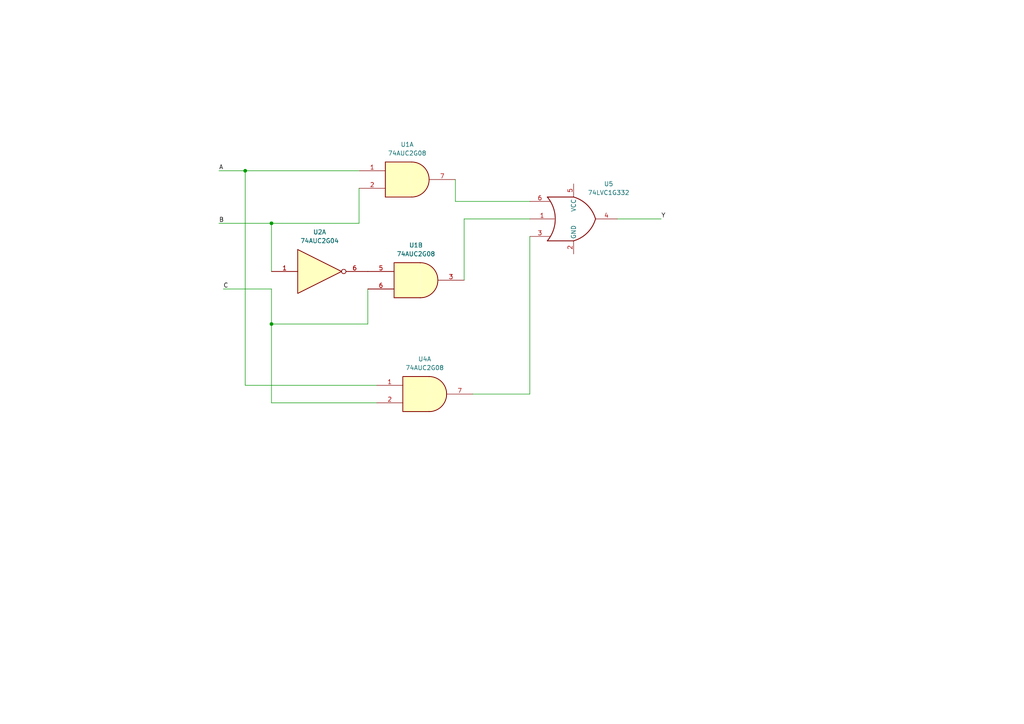
<source format=kicad_sch>
(kicad_sch (version 20230121) (generator eeschema)
  (paper "A4")
  (lib_symbols
    (symbol "74xGxx:74AUC2G04"
      (property "Reference" "U" (at -2.54 3.81 0))
      (property "Value" "74AUC2G04" (at 0 -3.81 0))
      (symbol "74AUC2G04_1_1"
        (polyline (pts (xy -7.62 6.35) (xy -7.62 -6.35) (xy 5.08 0) (xy -7.62 6.35)) (stroke (width 0.254)) (fill (type background)))
        (pin input line (at -15.24 0 0) (length 7.62) (name "~") (number "1"))
        (pin output inverted (at 12.7 0 180) (length 7.62) (name "~") (number "6"))
      )
      (symbol "74AUC2G04_2_1"
        (polyline (pts (xy -7.62 6.35) (xy -7.62 -6.35) (xy 5.08 0) (xy -7.62 6.35)) (stroke (width 0.254)) (fill (type background)))
        (pin input line (at -15.24 0 0) (length 7.62) (name "~") (number "3"))
        (pin output inverted (at 12.7 0 180) (length 7.62) (name "~") (number "4"))
      )
      (symbol "74AUC2G04_3_0"
        (rectangle (start -5.08 -5.08) (end 5.08 5.08) (stroke (width 0.254)) (fill (type background)))
      )
      (symbol "74AUC2G04_3_1"
        (pin power_in line (at 0 -10.16 90) (length 5.08) (name "GND") (number "2"))
        (pin power_in line (at 0 10.16 270) (length 5.08) (name "VCC") (number "5"))
      )
    )
    (symbol "74xGxx:74AUC2G08"
      (property "Reference" "U" (at -2.54 3.81 0))
      (property "Value" "74AUC2G08" (at 0 -3.81 0))
      (symbol "74AUC2G08_1_1"
        (arc (start 0 -5.08) (mid 5.0579 0) (end 0 5.08) (stroke (width 0.254)) (fill (type background)))
        (polyline (pts (xy 0 -5.08) (xy -7.62 -5.08) (xy -7.62 5.08) (xy 0 5.08)) (stroke (width 0.254)) (fill (type background)))
        (pin input line (at -15.24 2.54 0) (length 7.62) (name "~") (number "1"))
        (pin input line (at -15.24 -2.54 0) (length 7.62) (name "~") (number "2"))
        (pin output line (at 12.7 0 180) (length 7.62) (name "~") (number "7"))
      )
      (symbol "74AUC2G08_2_1"
        (arc (start 0 -5.08) (mid 5.0579 0) (end 0 5.08) (stroke (width 0.254)) (fill (type background)))
        (polyline (pts (xy 0 -5.08) (xy -7.62 -5.08) (xy -7.62 5.08) (xy 0 5.08)) (stroke (width 0.254)) (fill (type background)))
        (pin output line (at 12.7 0 180) (length 7.62) (name "~") (number "3"))
        (pin input line (at -15.24 2.54 0) (length 7.62) (name "~") (number "5"))
        (pin input line (at -15.24 -2.54 0) (length 7.62) (name "~") (number "6"))
      )
      (symbol "74AUC2G08_3_0"
        (rectangle (start -5.08 -5.08) (end 5.08 5.08) (stroke (width 0.254)) (fill (type background)))
      )
      (symbol "74AUC2G08_3_1"
        (pin power_in line (at 0 -10.16 90) (length 5.08) (name "GND") (number "4"))
        (pin power_in line (at 0 10.16 270) (length 5.08) (name "VCC") (number "8"))
      )
    )
    (symbol "74xGxx:74LVC1G332"
      (property "Reference" "U" (at -5.08 10.16 0))
      (property "Value" "74LVC1G332" (at 0 -10.16 0))
      (symbol "74LVC1G332_0_1"
        (arc (start -7.62 -6.35) (mid -5.321 0) (end -7.62 6.35) (stroke (width 0.254)))
        (arc (start 0 -6.35) (mid 3.9978 -3.9978) (end 6.35 0) (stroke (width 0.254)))
        (polyline (pts (xy 0 -6.35) (xy -7.62 -6.35)) (stroke (width 0.254)) (fill (type background)))
        (polyline (pts (xy 0 6.35) (xy -7.62 6.35)) (stroke (width 0.254)) (fill (type background)))
        (arc (start 6.35 0) (mid 3.9978 3.9978) (end 0 6.35) (stroke (width 0.254)))
      )
      (symbol "74LVC1G332_1_1"
        (pin input line (at -12.698 0 0) (length 7.11) (name "~") (number "1"))
        (pin power_in line (at 0 -10.16 90) (length 3.81) (name "GND") (number "2"))
        (pin input line (at -12.698 -5.08 0) (length 5.84) (name "~") (number "3"))
        (pin output line (at 12.7 0 180) (length 6.35) (name "~") (number "4"))
        (pin power_in line (at 0 10.16 270) (length 3.81) (name "VCC") (number "5"))
        (pin input line (at -12.698 5.08 0) (length 5.84) (name "~") (number "6"))
      )
    )
  )
  (junction (at 78.74 64.77))
  (junction (at 78.74 93.98))
  (junction (at 71.12 49.53))
  (wire (pts (xy 71.12 49.53) (xy 104.14 49.53)))
  (wire (pts (xy 63.5 64.77) (xy 78.74 64.77)))
  (wire (pts (xy 104.14 64.77) (xy 104.14 54.61)))
  (wire (pts (xy 132.08 58.42) (xy 132.08 52.07)))
  (wire (pts (xy 78.74 64.77) (xy 104.14 64.77)))
  (wire (pts (xy 153.67 68.58) (xy 153.67 114.3)))
  (wire (pts (xy 78.74 116.84) (xy 109.22 116.84)))
  (wire (pts (xy 153.67 114.3) (xy 137.16 114.3)))
  (wire (pts (xy 153.67 63.5) (xy 134.62 63.5)))
  (wire (pts (xy 153.67 58.42) (xy 132.08 58.42)))
  (wire (pts (xy 106.68 83.82) (xy 106.68 93.98)))
  (wire (pts (xy 78.74 93.98) (xy 106.68 93.98)))
  (wire (pts (xy 134.62 63.5) (xy 134.62 81.28)))
  (wire (pts (xy 179.07 63.5) (xy 191.77 63.5)))
  (wire (pts (xy 64.77 83.82) (xy 78.74 83.82)))
  (wire (pts (xy 71.12 49.53) (xy 71.12 111.76)))
  (wire (pts (xy 71.12 111.76) (xy 109.22 111.76)))
  (wire (pts (xy 78.74 64.77) (xy 78.74 78.74)))
  (wire (pts (xy 78.74 93.98) (xy 78.74 116.84)))
  (wire (pts (xy 63.5 49.53) (xy 71.12 49.53)))
  (wire (pts (xy 78.74 83.82) (xy 78.74 93.98)))
  (label "C" (at 64.77 83.82 0))
  (label "Y" (at 191.77 63.5 0))
  (label "A" (at 63.5 49.53 0))
  (label "B" (at 63.5 64.77 0))
  (symbol (lib_id "74xGxx:74AUC2G08") (at 121.92 81.28 0) (unit 2)
    (property "Reference" "U1" (at 120.65 71.12 0))
    (property "Value" "74AUC2G08" (at 120.6389 73.66 0))
    (property "Datasheet" "http://www.ti.com/lit/sg/scyt129e/scyt129e.pdf" (effects hide))
  )
  (symbol (lib_id "74xGxx:74LVC1G332") (at 166.37 63.5 0) (unit 1)
    (property "Reference" "U5" (at 176.53 53.34 0))
    (property "Value" "74LVC1G332" (at 176.53 55.88 0))
    (property "Datasheet" "http://www.ti.com/lit/sg/scyt129e/scyt129e.pdf" (effects hide))
  )
  (symbol (lib_id "74xGxx:74AUC2G08") (at 124.46 114.3 0) (unit 1)
    (property "Reference" "U4" (at 123.1789 104.14 0))
    (property "Value" "74AUC2G08" (at 123.1789 106.68 0))
    (property "Datasheet" "http://www.ti.com/lit/sg/scyt129e/scyt129e.pdf" (effects hide))
  )
  (symbol (lib_id "74xGxx:74AUC2G04") (at 93.98 78.74 0) (unit 1)
    (property "Reference" "U2" (at 92.71 67.31 0))
    (property "Value" "74AUC2G04" (at 92.71 69.85 0))
    (property "Datasheet" "http://www.ti.com/lit/sg/scyt129e/scyt129e.pdf" (effects hide))
  )
  (symbol (lib_id "74xGxx:74AUC2G08") (at 119.38 52.07 0) (unit 1)
    (property "Reference" "U1" (at 118.0989 41.91 0))
    (property "Value" "74AUC2G08" (at 118.0989 44.45 0))
    (property "Datasheet" "http://www.ti.com/lit/sg/scyt129e/scyt129e.pdf" (effects hide))
  )
)
</source>
